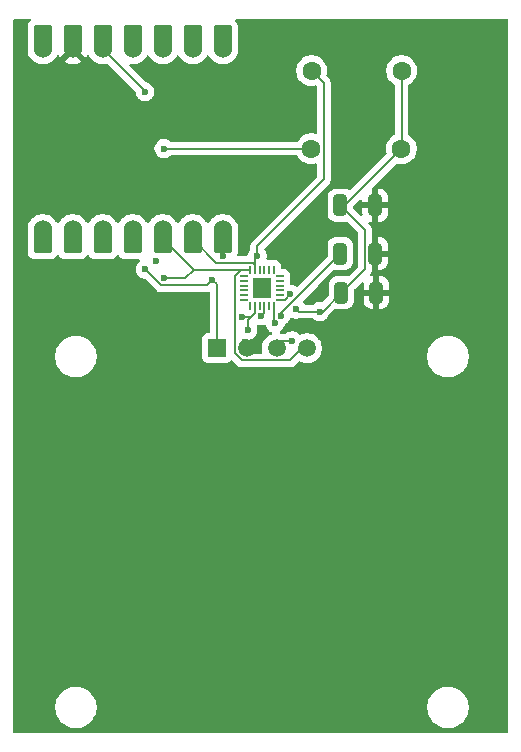
<source format=gbr>
%TF.GenerationSoftware,KiCad,Pcbnew,9.0.2*%
%TF.CreationDate,2025-08-03T00:22:43-03:00*%
%TF.ProjectId,hermes,6865726d-6573-42e6-9b69-6361645f7063,rev?*%
%TF.SameCoordinates,Original*%
%TF.FileFunction,Copper,L1,Top*%
%TF.FilePolarity,Positive*%
%FSLAX46Y46*%
G04 Gerber Fmt 4.6, Leading zero omitted, Abs format (unit mm)*
G04 Created by KiCad (PCBNEW 9.0.2) date 2025-08-03 00:22:43*
%MOMM*%
%LPD*%
G01*
G04 APERTURE LIST*
G04 Aperture macros list*
%AMRoundRect*
0 Rectangle with rounded corners*
0 $1 Rounding radius*
0 $2 $3 $4 $5 $6 $7 $8 $9 X,Y pos of 4 corners*
0 Add a 4 corners polygon primitive as box body*
4,1,4,$2,$3,$4,$5,$6,$7,$8,$9,$2,$3,0*
0 Add four circle primitives for the rounded corners*
1,1,$1+$1,$2,$3*
1,1,$1+$1,$4,$5*
1,1,$1+$1,$6,$7*
1,1,$1+$1,$8,$9*
0 Add four rect primitives between the rounded corners*
20,1,$1+$1,$2,$3,$4,$5,0*
20,1,$1+$1,$4,$5,$6,$7,0*
20,1,$1+$1,$6,$7,$8,$9,0*
20,1,$1+$1,$8,$9,$2,$3,0*%
G04 Aperture macros list end*
%TA.AperFunction,SMDPad,CuDef*%
%ADD10RoundRect,0.250000X-0.325000X-0.650000X0.325000X-0.650000X0.325000X0.650000X-0.325000X0.650000X0*%
%TD*%
%TA.AperFunction,SMDPad,CuDef*%
%ADD11RoundRect,0.027500X-0.292500X-0.082500X0.292500X-0.082500X0.292500X0.082500X-0.292500X0.082500X0*%
%TD*%
%TA.AperFunction,SMDPad,CuDef*%
%ADD12RoundRect,0.027500X-0.082500X-0.292500X0.082500X-0.292500X0.082500X0.292500X-0.082500X0.292500X0*%
%TD*%
%TA.AperFunction,SMDPad,CuDef*%
%ADD13R,1.540000X1.700000*%
%TD*%
%TA.AperFunction,SMDPad,CuDef*%
%ADD14RoundRect,0.152400X-0.609600X1.063600X-0.609600X-1.063600X0.609600X-1.063600X0.609600X1.063600X0*%
%TD*%
%TA.AperFunction,ComponentPad*%
%ADD15C,1.524000*%
%TD*%
%TA.AperFunction,SMDPad,CuDef*%
%ADD16RoundRect,0.152400X0.609600X-1.063600X0.609600X1.063600X-0.609600X1.063600X-0.609600X-1.063600X0*%
%TD*%
%TA.AperFunction,ComponentPad*%
%ADD17C,1.600000*%
%TD*%
%TA.AperFunction,ComponentPad*%
%ADD18R,1.508000X1.508000*%
%TD*%
%TA.AperFunction,ComponentPad*%
%ADD19C,1.508000*%
%TD*%
%TA.AperFunction,ViaPad*%
%ADD20C,0.600000*%
%TD*%
%TA.AperFunction,Conductor*%
%ADD21C,0.150000*%
%TD*%
G04 APERTURE END LIST*
D10*
%TO.P,C1,1*%
%TO.N,VCC*%
X142585000Y-47000000D03*
%TO.P,C1,2*%
%TO.N,GND*%
X145535000Y-47000000D03*
%TD*%
%TO.P,C3,1*%
%TO.N,VCC*%
X142685000Y-54400000D03*
%TO.P,C3,2*%
%TO.N,GND*%
X145635000Y-54400000D03*
%TD*%
D11*
%TO.P,U2,1*%
%TO.N,N/C*%
X134405000Y-53000000D03*
%TO.P,U2,2*%
X134405000Y-53400000D03*
%TO.P,U2,3*%
X134405000Y-53800000D03*
%TO.P,U2,4*%
X134405000Y-54200000D03*
%TO.P,U2,5*%
X134405000Y-54600000D03*
%TO.P,U2,6*%
X134405000Y-55000000D03*
D12*
%TO.P,U2,7,AUX_CL*%
%TO.N,unconnected-(U2-AUX_CL-Pad7)*%
X134950000Y-55545000D03*
%TO.P,U2,8,VDDIO*%
%TO.N,VCC*%
X135350000Y-55545000D03*
%TO.P,U2,9,AD0/SDO*%
%TO.N,unconnected-(U2-AD0{slash}SDO-Pad9)*%
X135750000Y-55545000D03*
%TO.P,U2,10,REGOUT*%
%TO.N,Net-(U2-REGOUT)*%
X136150000Y-55545000D03*
%TO.P,U2,11,FSYNC*%
%TO.N,GND*%
X136550000Y-55545000D03*
%TO.P,U2,12,INT*%
%TO.N,INT*%
X136950000Y-55545000D03*
D11*
%TO.P,U2,13,VDD*%
%TO.N,VCC*%
X137495000Y-55000000D03*
%TO.P,U2,14*%
%TO.N,N/C*%
X137495000Y-54600000D03*
%TO.P,U2,15*%
X137495000Y-54200000D03*
%TO.P,U2,16*%
X137495000Y-53800000D03*
%TO.P,U2,17*%
X137495000Y-53400000D03*
%TO.P,U2,18,GND*%
%TO.N,GND*%
X137495000Y-53000000D03*
D12*
%TO.P,U2,19,RESV_1*%
%TO.N,unconnected-(U2-RESV_1-Pad19)*%
X136950000Y-52455000D03*
%TO.P,U2,20,RESV_2*%
%TO.N,GND*%
X136550000Y-52455000D03*
%TO.P,U2,21,AUX_DA*%
%TO.N,unconnected-(U2-AUX_DA-Pad21)*%
X136150000Y-52455000D03*
%TO.P,U2,22,NCS*%
%TO.N,unconnected-(U2-NCS-Pad22)*%
X135750000Y-52455000D03*
%TO.P,U2,23,SCL/SCLK*%
%TO.N,SCL*%
X135350000Y-52455000D03*
%TO.P,U2,24,SDA/SDI*%
%TO.N,SDA*%
X134950000Y-52455000D03*
D13*
%TO.P,U2,25,EXP*%
%TO.N,unconnected-(U2-EXP-Pad25)*%
X135950000Y-54000000D03*
%TD*%
D14*
%TO.P,U1,1,GPIO26/ADC0/A0*%
%TO.N,unconnected-(U1-GPIO26{slash}ADC0{slash}A0-Pad1)*%
X117398500Y-49855000D03*
D15*
X117398500Y-49020000D03*
D14*
%TO.P,U1,2,GPIO27/ADC1/A1*%
%TO.N,unconnected-(U1-GPIO27{slash}ADC1{slash}A1-Pad2)*%
X119938500Y-49855000D03*
D15*
X119938500Y-49020000D03*
D14*
%TO.P,U1,3,GPIO28/ADC2/A2*%
%TO.N,unconnected-(U1-GPIO28{slash}ADC2{slash}A2-Pad3)*%
X122478500Y-49855000D03*
D15*
X122478500Y-49020000D03*
D14*
%TO.P,U1,4,GPIO29/ADC3/A3*%
%TO.N,unconnected-(U1-GPIO29{slash}ADC3{slash}A3-Pad4)*%
X125018500Y-49855000D03*
D15*
X125018500Y-49020000D03*
D14*
%TO.P,U1,5,GPIO6/SDA*%
%TO.N,SDA*%
X127558500Y-49855000D03*
D15*
X127558500Y-49020000D03*
D14*
%TO.P,U1,6,GPIO7/SCL*%
%TO.N,SCL*%
X130098500Y-49855000D03*
D15*
X130098500Y-49020000D03*
D14*
%TO.P,U1,7,GPIO0/TX*%
%TO.N,INT*%
X132638500Y-49855000D03*
D15*
X132638500Y-49020000D03*
%TO.P,U1,8,GPIO1/RX*%
%TO.N,unconnected-(U1-GPIO1{slash}RX-Pad8)*%
X132638500Y-33780000D03*
D16*
X132638500Y-32945000D03*
D15*
%TO.P,U1,9,GPIO2/SCK*%
%TO.N,unconnected-(U1-GPIO2{slash}SCK-Pad9)*%
X130098500Y-33780000D03*
D16*
X130098500Y-32945000D03*
D15*
%TO.P,U1,10,GPIO4/MISO*%
%TO.N,unconnected-(U1-GPIO4{slash}MISO-Pad10)*%
X127558500Y-33780000D03*
D16*
X127558500Y-32945000D03*
D15*
%TO.P,U1,11,GPIO3/MOSI*%
%TO.N,unconnected-(U1-GPIO3{slash}MOSI-Pad11)*%
X125018500Y-33780000D03*
D16*
X125018500Y-32945000D03*
D15*
%TO.P,U1,12,3V3*%
%TO.N,VCC*%
X122478500Y-33780000D03*
D16*
X122478500Y-32945000D03*
D15*
%TO.P,U1,13,GND*%
%TO.N,GND*%
X119938500Y-33780000D03*
D16*
X119938500Y-32945000D03*
D15*
%TO.P,U1,14,VBUS*%
%TO.N,unconnected-(U1-VBUS-Pad14)*%
X117398500Y-33780000D03*
D16*
X117398500Y-32945000D03*
%TD*%
D17*
%TO.P,R1,1*%
%TO.N,SCL*%
X140150000Y-35600000D03*
%TO.P,R1,2*%
%TO.N,VCC*%
X147770000Y-35600000D03*
%TD*%
D18*
%TO.P,DS1,1,VDD*%
%TO.N,VCC*%
X132140000Y-59100000D03*
D19*
%TO.P,DS1,2,GND*%
%TO.N,GND*%
X134680000Y-59100000D03*
%TO.P,DS1,3,SCK*%
%TO.N,SCL*%
X137220000Y-59100000D03*
%TO.P,DS1,4,SDA*%
%TO.N,SDA*%
X139760000Y-59100000D03*
%TD*%
D17*
%TO.P,R2,1*%
%TO.N,SDA*%
X140140000Y-42200000D03*
%TO.P,R2,2*%
%TO.N,VCC*%
X147760000Y-42200000D03*
%TD*%
D10*
%TO.P,C2,1*%
%TO.N,Net-(U2-REGOUT)*%
X142585000Y-51100000D03*
%TO.P,C2,2*%
%TO.N,GND*%
X145535000Y-51100000D03*
%TD*%
D20*
%TO.N,*%
X126950000Y-51700000D03*
%TO.N,VCC*%
X134750000Y-57575000D03*
X140850000Y-56000000D03*
X138850000Y-55800000D03*
X134250000Y-56425000D03*
X126050000Y-37400000D03*
X138360913Y-54510913D03*
X126056500Y-52421088D03*
X131750000Y-53300000D03*
%TO.N,GND*%
X123350000Y-55500000D03*
%TO.N,SDA*%
X127650000Y-42200000D03*
X127650000Y-53200000D03*
%TO.N,SCL*%
X135550000Y-51300000D03*
X138523514Y-58478634D03*
%TO.N,Net-(U2-REGOUT)*%
X137551000Y-56376301D03*
X135895372Y-56361368D03*
%TO.N,INT*%
X137050000Y-57000000D03*
X132654686Y-51284000D03*
%TD*%
D21*
%TO.N,VCC*%
X147760000Y-42200000D02*
X142960000Y-47000000D01*
X142685000Y-54400000D02*
X141085000Y-56000000D01*
X122478500Y-33780000D02*
X126056500Y-37358000D01*
X141085000Y-56000000D02*
X140850000Y-56000000D01*
X132140000Y-53690000D02*
X132140000Y-58687500D01*
X131274000Y-53776000D02*
X131750000Y-53300000D01*
X126056500Y-37358000D02*
X126056500Y-37393500D01*
X138360913Y-54539065D02*
X137899978Y-55000000D01*
X139050000Y-56000000D02*
X138850000Y-55800000D01*
X135017152Y-56425000D02*
X134250000Y-56425000D01*
X126056500Y-52421088D02*
X127411412Y-53776000D01*
X131750000Y-53300000D02*
X132140000Y-53690000D01*
X138360913Y-54510913D02*
X138360913Y-54539065D01*
X147770000Y-42190000D02*
X147760000Y-42200000D01*
X144684000Y-52401000D02*
X142685000Y-54400000D01*
X126056500Y-37393500D02*
X126050000Y-37400000D01*
X135350000Y-56092152D02*
X134750000Y-56692152D01*
X147770000Y-35600000D02*
X147770000Y-42190000D01*
X135350000Y-55545000D02*
X135350000Y-56092152D01*
X142960000Y-47000000D02*
X142585000Y-47000000D01*
X135350000Y-56092152D02*
X135017152Y-56425000D01*
X127411412Y-53776000D02*
X131274000Y-53776000D01*
X144684000Y-49099000D02*
X144684000Y-52401000D01*
X137899978Y-55000000D02*
X137495000Y-55000000D01*
X140850000Y-56000000D02*
X139050000Y-56000000D01*
X142585000Y-47000000D02*
X144684000Y-49099000D01*
X134750000Y-56692152D02*
X134750000Y-57575000D01*
%TO.N,GND*%
X134680000Y-58687500D02*
X134680000Y-58555412D01*
X119938500Y-34355658D02*
X119938500Y-33076000D01*
X119938500Y-33780000D02*
X119950000Y-33791500D01*
X136550000Y-55545000D02*
X136536000Y-55559000D01*
%TO.N,SDA*%
X133650000Y-52950022D02*
X133650000Y-59526640D01*
X134950000Y-52455000D02*
X134145022Y-52455000D01*
X127650000Y-42200000D02*
X140140000Y-42200000D01*
X127650000Y-53200000D02*
X129413500Y-53200000D01*
X129413500Y-53200000D02*
X130158500Y-52455000D01*
X130158500Y-52455000D02*
X134950000Y-52455000D01*
X134145022Y-52455000D02*
X133650000Y-52950022D01*
X138317500Y-60130000D02*
X139760000Y-58687500D01*
X130158500Y-52455000D02*
X127558500Y-49855000D01*
X134253360Y-60130000D02*
X138317500Y-60130000D01*
X133650000Y-59526640D02*
X134253360Y-60130000D01*
X127558500Y-49598272D02*
X127558500Y-49020000D01*
%TO.N,SCL*%
X135550000Y-51300000D02*
X135550000Y-50463546D01*
X138523514Y-58478634D02*
X137428866Y-58478634D01*
X141216000Y-36666000D02*
X140150000Y-35600000D01*
X135550000Y-51300000D02*
X135350000Y-51500000D01*
X135158978Y-51859000D02*
X135350000Y-52050022D01*
X130098500Y-49855000D02*
X132102500Y-51859000D01*
X135550000Y-50463546D02*
X141216000Y-44797546D01*
X141216000Y-44797546D02*
X141216000Y-36666000D01*
X135350000Y-51500000D02*
X135350000Y-52455000D01*
X132102500Y-51859000D02*
X135158978Y-51859000D01*
X135350000Y-52050022D02*
X135350000Y-52455000D01*
X137428866Y-58478634D02*
X137220000Y-58687500D01*
%TO.N,Net-(U2-REGOUT)*%
X136150000Y-56106740D02*
X135895372Y-56361368D01*
X137544000Y-56141000D02*
X142585000Y-51100000D01*
X137544000Y-56194000D02*
X137544000Y-56141000D01*
X137551000Y-56376301D02*
X137551000Y-56201000D01*
X137551000Y-56201000D02*
X137544000Y-56194000D01*
X136150000Y-55545000D02*
X136150000Y-56106740D01*
%TO.N,INT*%
X132638500Y-51267814D02*
X132654686Y-51284000D01*
X137050000Y-57000000D02*
X136950000Y-56900000D01*
X132638500Y-49020000D02*
X132638500Y-51267814D01*
X136950000Y-56900000D02*
X136950000Y-55545000D01*
%TD*%
%TA.AperFunction,Conductor*%
%TO.N,GND*%
G36*
X135653381Y-57127929D02*
G01*
X135661674Y-57131022D01*
X135661870Y-57131103D01*
X135661875Y-57131105D01*
X135812604Y-57161087D01*
X135816525Y-57161867D01*
X135816528Y-57161868D01*
X135816530Y-57161868D01*
X135974216Y-57161868D01*
X136037480Y-57149283D01*
X136128869Y-57131105D01*
X136128871Y-57131103D01*
X136133290Y-57130225D01*
X136202882Y-57136452D01*
X136258059Y-57179314D01*
X136279098Y-57227644D01*
X136280261Y-57233490D01*
X136280264Y-57233501D01*
X136340602Y-57379172D01*
X136340609Y-57379185D01*
X136428210Y-57510288D01*
X136428213Y-57510292D01*
X136539707Y-57621786D01*
X136539711Y-57621789D01*
X136670814Y-57709390D01*
X136670821Y-57709394D01*
X136706455Y-57724154D01*
X136760858Y-57767994D01*
X136782924Y-57834287D01*
X136765646Y-57901987D01*
X136715298Y-57949199D01*
X136562500Y-58027054D01*
X136562499Y-58027055D01*
X136402753Y-58143115D01*
X136263115Y-58282753D01*
X136147058Y-58442495D01*
X136057408Y-58618441D01*
X135996389Y-58806236D01*
X135965500Y-59001263D01*
X135965500Y-59198736D01*
X135996390Y-59393766D01*
X135997528Y-59398506D01*
X135996066Y-59398856D01*
X135997871Y-59462022D01*
X135961791Y-59521855D01*
X135899090Y-59552684D01*
X135877945Y-59554500D01*
X134543102Y-59554500D01*
X134476063Y-59534815D01*
X134455421Y-59518181D01*
X134261819Y-59324579D01*
X134228334Y-59263256D01*
X134225500Y-59236898D01*
X134225500Y-58409779D01*
X134245185Y-58342740D01*
X134297989Y-58296985D01*
X134367147Y-58287041D01*
X134396952Y-58295218D01*
X134508420Y-58341389D01*
X134516503Y-58344737D01*
X134671153Y-58375499D01*
X134671156Y-58375500D01*
X134671158Y-58375500D01*
X134828844Y-58375500D01*
X134828845Y-58375499D01*
X134983497Y-58344737D01*
X135129179Y-58284394D01*
X135260289Y-58196789D01*
X135371789Y-58085289D01*
X135459394Y-57954179D01*
X135519737Y-57808497D01*
X135550500Y-57653842D01*
X135550500Y-57496158D01*
X135550500Y-57496155D01*
X135550499Y-57496153D01*
X135519738Y-57341510D01*
X135519737Y-57341503D01*
X135499660Y-57293034D01*
X135492192Y-57223567D01*
X135523467Y-57161087D01*
X135583556Y-57125435D01*
X135653381Y-57127929D01*
G37*
%TD.AperFunction*%
%TA.AperFunction,Conductor*%
G36*
X116314137Y-31220185D02*
G01*
X116359892Y-31272989D01*
X116369836Y-31342147D01*
X116340811Y-31405703D01*
X116334779Y-31412181D01*
X116268912Y-31478047D01*
X116268905Y-31478056D01*
X116184935Y-31620042D01*
X116184934Y-31620045D01*
X116138913Y-31778447D01*
X116138912Y-31778453D01*
X116136000Y-31815458D01*
X116136000Y-34074541D01*
X116138912Y-34111546D01*
X116138913Y-34111552D01*
X116184934Y-34269954D01*
X116184935Y-34269957D01*
X116268905Y-34411943D01*
X116268906Y-34411944D01*
X116268908Y-34411947D01*
X116365108Y-34508147D01*
X116377740Y-34522938D01*
X116435519Y-34602464D01*
X116576036Y-34742981D01*
X116736806Y-34859787D01*
X116823649Y-34904035D01*
X116913867Y-34950005D01*
X116913870Y-34950006D01*
X117008366Y-34980709D01*
X117102864Y-35011413D01*
X117299139Y-35042500D01*
X117299140Y-35042500D01*
X117497860Y-35042500D01*
X117497861Y-35042500D01*
X117694136Y-35011413D01*
X117883132Y-34950005D01*
X118060194Y-34859787D01*
X118220964Y-34742981D01*
X118361481Y-34602464D01*
X118419262Y-34522933D01*
X118424507Y-34516213D01*
X118428018Y-34512019D01*
X118528092Y-34411947D01*
X118567218Y-34345787D01*
X118573720Y-34338024D01*
X118594698Y-34324035D01*
X118613126Y-34306830D01*
X118623272Y-34304984D01*
X118631853Y-34299263D01*
X118657065Y-34298837D01*
X118681868Y-34294326D01*
X118691399Y-34298258D01*
X118701712Y-34298084D01*
X118723150Y-34311356D01*
X118746458Y-34320971D01*
X118755456Y-34331355D01*
X118761120Y-34334862D01*
X118764338Y-34341606D01*
X118775522Y-34354513D01*
X118809303Y-34411634D01*
X118809307Y-34411639D01*
X118881307Y-34483638D01*
X119500852Y-33864093D01*
X119524292Y-33951571D01*
X119582811Y-34052930D01*
X119665570Y-34135689D01*
X119766929Y-34194208D01*
X119854405Y-34217647D01*
X119239783Y-34832268D01*
X119239783Y-34832269D01*
X119277067Y-34859358D01*
X119454062Y-34949542D01*
X119642977Y-35010924D01*
X119839179Y-35042000D01*
X120037821Y-35042000D01*
X120234020Y-35010924D01*
X120234023Y-35010924D01*
X120422937Y-34949542D01*
X120599925Y-34859362D01*
X120637216Y-34832268D01*
X120022595Y-34217647D01*
X120110071Y-34194208D01*
X120211430Y-34135689D01*
X120294189Y-34052930D01*
X120352708Y-33951571D01*
X120376147Y-33864094D01*
X120995691Y-34483639D01*
X121067695Y-34411635D01*
X121101476Y-34354514D01*
X121152545Y-34306830D01*
X121221287Y-34294326D01*
X121285876Y-34320971D01*
X121303279Y-34338024D01*
X121309783Y-34345791D01*
X121348908Y-34411947D01*
X121448980Y-34512019D01*
X121452492Y-34516213D01*
X121453009Y-34517399D01*
X121457740Y-34522938D01*
X121515519Y-34602464D01*
X121656036Y-34742981D01*
X121816806Y-34859787D01*
X121903649Y-34904035D01*
X121993867Y-34950005D01*
X121993870Y-34950006D01*
X122088366Y-34980709D01*
X122182864Y-35011413D01*
X122379139Y-35042500D01*
X122379140Y-35042500D01*
X122577860Y-35042500D01*
X122577861Y-35042500D01*
X122774136Y-35011413D01*
X122793873Y-35004999D01*
X122863710Y-35003004D01*
X122919870Y-35035250D01*
X125213181Y-37328561D01*
X125246666Y-37389884D01*
X125249500Y-37416242D01*
X125249500Y-37478846D01*
X125280261Y-37633489D01*
X125280264Y-37633501D01*
X125340602Y-37779172D01*
X125340609Y-37779185D01*
X125428210Y-37910288D01*
X125428213Y-37910292D01*
X125539707Y-38021786D01*
X125539711Y-38021789D01*
X125670814Y-38109390D01*
X125670827Y-38109397D01*
X125816498Y-38169735D01*
X125816503Y-38169737D01*
X125971153Y-38200499D01*
X125971156Y-38200500D01*
X125971158Y-38200500D01*
X126128844Y-38200500D01*
X126128845Y-38200499D01*
X126283497Y-38169737D01*
X126429179Y-38109394D01*
X126560289Y-38021789D01*
X126671789Y-37910289D01*
X126759394Y-37779179D01*
X126819737Y-37633497D01*
X126850500Y-37478842D01*
X126850500Y-37321158D01*
X126850500Y-37321155D01*
X126850499Y-37321153D01*
X126819738Y-37166510D01*
X126819737Y-37166503D01*
X126819735Y-37166498D01*
X126759397Y-37020827D01*
X126759390Y-37020814D01*
X126671789Y-36889711D01*
X126671786Y-36889707D01*
X126560292Y-36778213D01*
X126560288Y-36778210D01*
X126429185Y-36690609D01*
X126429172Y-36690602D01*
X126283501Y-36630264D01*
X126283491Y-36630261D01*
X126144558Y-36602625D01*
X126082647Y-36570240D01*
X126081069Y-36568689D01*
X124756184Y-35243804D01*
X124722699Y-35182481D01*
X124727683Y-35112789D01*
X124769555Y-35056856D01*
X124835019Y-35032439D01*
X124863262Y-35033649D01*
X124919139Y-35042500D01*
X124919140Y-35042500D01*
X125117860Y-35042500D01*
X125117861Y-35042500D01*
X125314136Y-35011413D01*
X125503132Y-34950005D01*
X125680194Y-34859787D01*
X125840964Y-34742981D01*
X125981481Y-34602464D01*
X126039262Y-34522933D01*
X126044539Y-34516175D01*
X126048037Y-34512000D01*
X126148092Y-34411947D01*
X126186939Y-34346259D01*
X126193462Y-34338477D01*
X126214427Y-34324509D01*
X126232837Y-34307321D01*
X126243005Y-34305471D01*
X126251610Y-34299739D01*
X126276799Y-34299324D01*
X126301579Y-34294817D01*
X126311134Y-34298759D01*
X126321470Y-34298589D01*
X126342879Y-34311854D01*
X126366168Y-34321462D01*
X126375191Y-34331875D01*
X126380863Y-34335390D01*
X126384075Y-34342128D01*
X126395232Y-34355004D01*
X126428905Y-34411943D01*
X126428908Y-34411947D01*
X126525108Y-34508147D01*
X126537740Y-34522938D01*
X126595519Y-34602464D01*
X126736036Y-34742981D01*
X126896806Y-34859787D01*
X126983649Y-34904035D01*
X127073867Y-34950005D01*
X127073870Y-34950006D01*
X127168366Y-34980709D01*
X127262864Y-35011413D01*
X127459139Y-35042500D01*
X127459140Y-35042500D01*
X127657860Y-35042500D01*
X127657861Y-35042500D01*
X127854136Y-35011413D01*
X128043132Y-34950005D01*
X128220194Y-34859787D01*
X128380964Y-34742981D01*
X128521481Y-34602464D01*
X128579262Y-34522933D01*
X128584539Y-34516175D01*
X128588037Y-34512000D01*
X128688092Y-34411947D01*
X128726939Y-34346259D01*
X128733462Y-34338477D01*
X128754427Y-34324509D01*
X128772837Y-34307321D01*
X128783005Y-34305471D01*
X128791610Y-34299739D01*
X128816799Y-34299324D01*
X128841579Y-34294817D01*
X128851134Y-34298759D01*
X128861470Y-34298589D01*
X128882879Y-34311854D01*
X128906168Y-34321462D01*
X128915191Y-34331875D01*
X128920863Y-34335390D01*
X128924075Y-34342128D01*
X128935232Y-34355004D01*
X128968905Y-34411943D01*
X128968908Y-34411947D01*
X129065108Y-34508147D01*
X129077740Y-34522938D01*
X129135519Y-34602464D01*
X129276036Y-34742981D01*
X129436806Y-34859787D01*
X129523649Y-34904035D01*
X129613867Y-34950005D01*
X129613870Y-34950006D01*
X129708366Y-34980709D01*
X129802864Y-35011413D01*
X129999139Y-35042500D01*
X129999140Y-35042500D01*
X130197860Y-35042500D01*
X130197861Y-35042500D01*
X130394136Y-35011413D01*
X130583132Y-34950005D01*
X130760194Y-34859787D01*
X130920964Y-34742981D01*
X131061481Y-34602464D01*
X131119262Y-34522933D01*
X131124539Y-34516175D01*
X131128037Y-34512000D01*
X131228092Y-34411947D01*
X131266939Y-34346259D01*
X131273462Y-34338477D01*
X131294427Y-34324509D01*
X131312837Y-34307321D01*
X131323005Y-34305471D01*
X131331610Y-34299739D01*
X131356799Y-34299324D01*
X131381579Y-34294817D01*
X131391134Y-34298759D01*
X131401470Y-34298589D01*
X131422879Y-34311854D01*
X131446168Y-34321462D01*
X131455191Y-34331875D01*
X131460863Y-34335390D01*
X131464075Y-34342128D01*
X131475232Y-34355004D01*
X131508905Y-34411943D01*
X131508908Y-34411947D01*
X131605108Y-34508147D01*
X131617740Y-34522938D01*
X131675519Y-34602464D01*
X131816036Y-34742981D01*
X131976806Y-34859787D01*
X132063649Y-34904035D01*
X132153867Y-34950005D01*
X132153870Y-34950006D01*
X132248366Y-34980709D01*
X132342864Y-35011413D01*
X132539139Y-35042500D01*
X132539140Y-35042500D01*
X132737860Y-35042500D01*
X132737861Y-35042500D01*
X132934136Y-35011413D01*
X133123132Y-34950005D01*
X133300194Y-34859787D01*
X133460964Y-34742981D01*
X133601481Y-34602464D01*
X133659260Y-34522936D01*
X133671889Y-34508148D01*
X133768092Y-34411947D01*
X133852064Y-34269959D01*
X133898087Y-34111548D01*
X133901000Y-34074534D01*
X133901000Y-31815466D01*
X133898087Y-31778452D01*
X133852064Y-31620041D01*
X133768092Y-31478053D01*
X133768090Y-31478051D01*
X133768087Y-31478047D01*
X133702221Y-31412181D01*
X133668736Y-31350858D01*
X133673720Y-31281166D01*
X133715592Y-31225233D01*
X133781056Y-31200816D01*
X133789902Y-31200500D01*
X156675500Y-31200500D01*
X156742539Y-31220185D01*
X156788294Y-31272989D01*
X156799500Y-31324500D01*
X156799500Y-91575500D01*
X156779815Y-91642539D01*
X156727011Y-91688294D01*
X156675500Y-91699500D01*
X115024500Y-91699500D01*
X114957461Y-91679815D01*
X114911706Y-91627011D01*
X114900500Y-91575500D01*
X114900500Y-89385258D01*
X118449500Y-89385258D01*
X118449500Y-89614741D01*
X118474446Y-89804215D01*
X118479452Y-89842238D01*
X118479453Y-89842240D01*
X118538842Y-90063887D01*
X118626650Y-90275876D01*
X118626657Y-90275890D01*
X118741392Y-90474617D01*
X118881081Y-90656661D01*
X118881089Y-90656670D01*
X119043330Y-90818911D01*
X119043338Y-90818918D01*
X119225382Y-90958607D01*
X119225385Y-90958608D01*
X119225388Y-90958611D01*
X119424112Y-91073344D01*
X119424117Y-91073346D01*
X119424123Y-91073349D01*
X119515480Y-91111190D01*
X119636113Y-91161158D01*
X119857762Y-91220548D01*
X120085266Y-91250500D01*
X120085273Y-91250500D01*
X120314727Y-91250500D01*
X120314734Y-91250500D01*
X120542238Y-91220548D01*
X120763887Y-91161158D01*
X120975888Y-91073344D01*
X121174612Y-90958611D01*
X121356661Y-90818919D01*
X121356665Y-90818914D01*
X121356670Y-90818911D01*
X121518911Y-90656670D01*
X121518914Y-90656665D01*
X121518919Y-90656661D01*
X121658611Y-90474612D01*
X121773344Y-90275888D01*
X121861158Y-90063887D01*
X121920548Y-89842238D01*
X121950500Y-89614734D01*
X121950500Y-89385266D01*
X121950499Y-89385258D01*
X149949500Y-89385258D01*
X149949500Y-89614741D01*
X149974446Y-89804215D01*
X149979452Y-89842238D01*
X149979453Y-89842240D01*
X150038842Y-90063887D01*
X150126650Y-90275876D01*
X150126657Y-90275890D01*
X150241392Y-90474617D01*
X150381081Y-90656661D01*
X150381089Y-90656670D01*
X150543330Y-90818911D01*
X150543338Y-90818918D01*
X150725382Y-90958607D01*
X150725385Y-90958608D01*
X150725388Y-90958611D01*
X150924112Y-91073344D01*
X150924117Y-91073346D01*
X150924123Y-91073349D01*
X151015480Y-91111190D01*
X151136113Y-91161158D01*
X151357762Y-91220548D01*
X151585266Y-91250500D01*
X151585273Y-91250500D01*
X151814727Y-91250500D01*
X151814734Y-91250500D01*
X152042238Y-91220548D01*
X152263887Y-91161158D01*
X152475888Y-91073344D01*
X152674612Y-90958611D01*
X152856661Y-90818919D01*
X152856665Y-90818914D01*
X152856670Y-90818911D01*
X153018911Y-90656670D01*
X153018914Y-90656665D01*
X153018919Y-90656661D01*
X153158611Y-90474612D01*
X153273344Y-90275888D01*
X153361158Y-90063887D01*
X153420548Y-89842238D01*
X153450500Y-89614734D01*
X153450500Y-89385266D01*
X153420548Y-89157762D01*
X153361158Y-88936113D01*
X153273344Y-88724112D01*
X153158611Y-88525388D01*
X153158608Y-88525385D01*
X153158607Y-88525382D01*
X153018918Y-88343338D01*
X153018911Y-88343330D01*
X152856670Y-88181089D01*
X152856661Y-88181081D01*
X152674617Y-88041392D01*
X152475890Y-87926657D01*
X152475876Y-87926650D01*
X152263887Y-87838842D01*
X152042238Y-87779452D01*
X152004215Y-87774446D01*
X151814741Y-87749500D01*
X151814734Y-87749500D01*
X151585266Y-87749500D01*
X151585258Y-87749500D01*
X151368715Y-87778009D01*
X151357762Y-87779452D01*
X151264076Y-87804554D01*
X151136112Y-87838842D01*
X150924123Y-87926650D01*
X150924109Y-87926657D01*
X150725382Y-88041392D01*
X150543338Y-88181081D01*
X150381081Y-88343338D01*
X150241392Y-88525382D01*
X150126657Y-88724109D01*
X150126650Y-88724123D01*
X150038842Y-88936112D01*
X149979453Y-89157759D01*
X149979451Y-89157770D01*
X149949500Y-89385258D01*
X121950499Y-89385258D01*
X121920548Y-89157762D01*
X121861158Y-88936113D01*
X121773344Y-88724112D01*
X121658611Y-88525388D01*
X121658608Y-88525385D01*
X121658607Y-88525382D01*
X121518918Y-88343338D01*
X121518911Y-88343330D01*
X121356670Y-88181089D01*
X121356661Y-88181081D01*
X121174617Y-88041392D01*
X120975890Y-87926657D01*
X120975876Y-87926650D01*
X120763887Y-87838842D01*
X120542238Y-87779452D01*
X120504215Y-87774446D01*
X120314741Y-87749500D01*
X120314734Y-87749500D01*
X120085266Y-87749500D01*
X120085258Y-87749500D01*
X119868715Y-87778009D01*
X119857762Y-87779452D01*
X119764076Y-87804554D01*
X119636112Y-87838842D01*
X119424123Y-87926650D01*
X119424109Y-87926657D01*
X119225382Y-88041392D01*
X119043338Y-88181081D01*
X118881081Y-88343338D01*
X118741392Y-88525382D01*
X118626657Y-88724109D01*
X118626650Y-88724123D01*
X118538842Y-88936112D01*
X118479453Y-89157759D01*
X118479451Y-89157770D01*
X118449500Y-89385258D01*
X114900500Y-89385258D01*
X114900500Y-59685258D01*
X118449500Y-59685258D01*
X118449500Y-59914741D01*
X118466886Y-60046792D01*
X118479452Y-60142238D01*
X118528050Y-60323610D01*
X118538842Y-60363887D01*
X118626650Y-60575876D01*
X118626657Y-60575890D01*
X118741392Y-60774617D01*
X118881081Y-60956661D01*
X118881089Y-60956670D01*
X119043330Y-61118911D01*
X119043338Y-61118918D01*
X119225382Y-61258607D01*
X119225385Y-61258608D01*
X119225388Y-61258611D01*
X119424112Y-61373344D01*
X119424117Y-61373346D01*
X119424123Y-61373349D01*
X119515480Y-61411190D01*
X119636113Y-61461158D01*
X119857762Y-61520548D01*
X120085266Y-61550500D01*
X120085273Y-61550500D01*
X120314727Y-61550500D01*
X120314734Y-61550500D01*
X120542238Y-61520548D01*
X120763887Y-61461158D01*
X120975888Y-61373344D01*
X121174612Y-61258611D01*
X121356661Y-61118919D01*
X121356665Y-61118914D01*
X121356670Y-61118911D01*
X121518911Y-60956670D01*
X121518914Y-60956665D01*
X121518919Y-60956661D01*
X121658611Y-60774612D01*
X121773344Y-60575888D01*
X121861158Y-60363887D01*
X121920548Y-60142238D01*
X121950500Y-59914734D01*
X121950500Y-59685266D01*
X121920548Y-59457762D01*
X121861158Y-59236113D01*
X121773344Y-59024112D01*
X121658611Y-58825388D01*
X121658608Y-58825385D01*
X121658607Y-58825382D01*
X121518918Y-58643338D01*
X121518911Y-58643330D01*
X121356670Y-58481089D01*
X121356661Y-58481081D01*
X121174617Y-58341392D01*
X120975890Y-58226657D01*
X120975876Y-58226650D01*
X120763887Y-58138842D01*
X120542238Y-58079452D01*
X120504215Y-58074446D01*
X120314741Y-58049500D01*
X120314734Y-58049500D01*
X120085266Y-58049500D01*
X120085258Y-58049500D01*
X119868715Y-58078009D01*
X119857762Y-58079452D01*
X119835982Y-58085288D01*
X119636112Y-58138842D01*
X119424123Y-58226650D01*
X119424109Y-58226657D01*
X119225382Y-58341392D01*
X119043338Y-58481081D01*
X118881081Y-58643338D01*
X118741392Y-58825382D01*
X118626657Y-59024109D01*
X118626650Y-59024123D01*
X118538842Y-59236112D01*
X118531569Y-59263256D01*
X118496600Y-59393766D01*
X118479453Y-59457759D01*
X118479451Y-59457770D01*
X118449500Y-59685258D01*
X114900500Y-59685258D01*
X114900500Y-48725458D01*
X116136000Y-48725458D01*
X116136000Y-50984541D01*
X116138912Y-51021546D01*
X116138913Y-51021552D01*
X116184934Y-51179954D01*
X116184935Y-51179957D01*
X116268905Y-51321943D01*
X116268912Y-51321952D01*
X116385547Y-51438587D01*
X116385551Y-51438590D01*
X116385553Y-51438592D01*
X116527541Y-51522564D01*
X116540927Y-51526453D01*
X116685947Y-51568586D01*
X116685950Y-51568586D01*
X116685952Y-51568587D01*
X116722966Y-51571500D01*
X116722974Y-51571500D01*
X118074026Y-51571500D01*
X118074034Y-51571500D01*
X118111048Y-51568587D01*
X118111050Y-51568586D01*
X118111052Y-51568586D01*
X118184968Y-51547111D01*
X118269459Y-51522564D01*
X118411447Y-51438592D01*
X118528092Y-51321947D01*
X118561768Y-51265003D01*
X118612837Y-51217321D01*
X118681579Y-51204817D01*
X118746168Y-51231462D01*
X118775232Y-51265004D01*
X118808906Y-51321944D01*
X118808912Y-51321952D01*
X118925547Y-51438587D01*
X118925551Y-51438590D01*
X118925553Y-51438592D01*
X119067541Y-51522564D01*
X119080927Y-51526453D01*
X119225947Y-51568586D01*
X119225950Y-51568586D01*
X119225952Y-51568587D01*
X119262966Y-51571500D01*
X119262974Y-51571500D01*
X120614026Y-51571500D01*
X120614034Y-51571500D01*
X120651048Y-51568587D01*
X120651050Y-51568586D01*
X120651052Y-51568586D01*
X120724968Y-51547111D01*
X120809459Y-51522564D01*
X120951447Y-51438592D01*
X121068092Y-51321947D01*
X121101768Y-51265003D01*
X121152837Y-51217321D01*
X121221579Y-51204817D01*
X121286168Y-51231462D01*
X121315232Y-51265004D01*
X121348906Y-51321944D01*
X121348912Y-51321952D01*
X121465547Y-51438587D01*
X121465551Y-51438590D01*
X121465553Y-51438592D01*
X121607541Y-51522564D01*
X121620927Y-51526453D01*
X121765947Y-51568586D01*
X121765950Y-51568586D01*
X121765952Y-51568587D01*
X121802966Y-51571500D01*
X121802974Y-51571500D01*
X123154026Y-51571500D01*
X123154034Y-51571500D01*
X123191048Y-51568587D01*
X123191050Y-51568586D01*
X123191052Y-51568586D01*
X123264968Y-51547111D01*
X123349459Y-51522564D01*
X123491447Y-51438592D01*
X123608092Y-51321947D01*
X123641768Y-51265003D01*
X123692837Y-51217321D01*
X123761579Y-51204817D01*
X123826168Y-51231462D01*
X123855232Y-51265004D01*
X123888906Y-51321944D01*
X123888912Y-51321952D01*
X124005547Y-51438587D01*
X124005551Y-51438590D01*
X124005553Y-51438592D01*
X124147541Y-51522564D01*
X124160927Y-51526453D01*
X124305947Y-51568586D01*
X124305950Y-51568586D01*
X124305952Y-51568587D01*
X124342966Y-51571500D01*
X124342974Y-51571500D01*
X125478363Y-51571500D01*
X125545402Y-51591185D01*
X125591157Y-51643989D01*
X125601101Y-51713147D01*
X125572076Y-51776703D01*
X125550887Y-51795396D01*
X125550919Y-51795435D01*
X125549831Y-51796327D01*
X125547251Y-51798604D01*
X125546209Y-51799299D01*
X125434713Y-51910795D01*
X125434710Y-51910799D01*
X125347109Y-52041902D01*
X125347102Y-52041915D01*
X125286764Y-52187586D01*
X125286761Y-52187598D01*
X125256000Y-52342241D01*
X125256000Y-52499934D01*
X125286761Y-52654577D01*
X125286764Y-52654589D01*
X125347102Y-52800260D01*
X125347109Y-52800273D01*
X125434710Y-52931376D01*
X125434713Y-52931380D01*
X125546207Y-53042874D01*
X125546211Y-53042877D01*
X125677314Y-53130478D01*
X125677327Y-53130485D01*
X125804387Y-53183114D01*
X125823003Y-53190825D01*
X125932895Y-53212684D01*
X125977653Y-53221587D01*
X125977656Y-53221588D01*
X125977658Y-53221588D01*
X125991758Y-53221588D01*
X126058797Y-53241273D01*
X126079439Y-53257907D01*
X126950897Y-54129365D01*
X127058047Y-54236515D01*
X127189277Y-54312281D01*
X127335646Y-54351500D01*
X127335648Y-54351500D01*
X131349764Y-54351500D01*
X131349766Y-54351500D01*
X131408408Y-54335787D01*
X131478257Y-54337450D01*
X131536119Y-54376613D01*
X131563623Y-54440841D01*
X131564500Y-54455562D01*
X131564500Y-57721500D01*
X131544815Y-57788539D01*
X131492011Y-57834294D01*
X131440501Y-57845500D01*
X131338130Y-57845500D01*
X131338123Y-57845501D01*
X131278516Y-57851908D01*
X131143671Y-57902202D01*
X131143664Y-57902206D01*
X131028455Y-57988452D01*
X131028452Y-57988455D01*
X130942206Y-58103664D01*
X130942202Y-58103671D01*
X130891908Y-58238517D01*
X130885501Y-58298116D01*
X130885500Y-58298135D01*
X130885500Y-59901870D01*
X130885501Y-59901876D01*
X130891908Y-59961483D01*
X130942202Y-60096328D01*
X130942206Y-60096335D01*
X131028452Y-60211544D01*
X131028455Y-60211547D01*
X131143664Y-60297793D01*
X131143671Y-60297797D01*
X131278517Y-60348091D01*
X131278516Y-60348091D01*
X131285444Y-60348835D01*
X131338127Y-60354500D01*
X132941872Y-60354499D01*
X133001483Y-60348091D01*
X133136331Y-60297796D01*
X133251546Y-60211546D01*
X133281156Y-60171991D01*
X133337086Y-60130122D01*
X133406777Y-60125136D01*
X133468101Y-60158621D01*
X133899995Y-60590515D01*
X134031225Y-60666281D01*
X134177594Y-60705500D01*
X134177596Y-60705500D01*
X138393264Y-60705500D01*
X138393266Y-60705500D01*
X138539635Y-60666281D01*
X138670865Y-60590515D01*
X139029478Y-60231900D01*
X139090801Y-60198416D01*
X139160492Y-60203400D01*
X139173442Y-60209091D01*
X139278439Y-60262591D01*
X139419287Y-60308355D01*
X139466236Y-60323610D01*
X139661264Y-60354500D01*
X139661269Y-60354500D01*
X139858736Y-60354500D01*
X140053763Y-60323610D01*
X140241561Y-60262591D01*
X140417501Y-60172944D01*
X140522955Y-60096328D01*
X140577246Y-60056884D01*
X140577248Y-60056881D01*
X140577252Y-60056879D01*
X140716879Y-59917252D01*
X140716881Y-59917248D01*
X140716884Y-59917246D01*
X140767779Y-59847192D01*
X140832944Y-59757501D01*
X140869754Y-59685258D01*
X149949500Y-59685258D01*
X149949500Y-59914741D01*
X149966886Y-60046792D01*
X149979452Y-60142238D01*
X150028050Y-60323610D01*
X150038842Y-60363887D01*
X150126650Y-60575876D01*
X150126657Y-60575890D01*
X150241392Y-60774617D01*
X150381081Y-60956661D01*
X150381089Y-60956670D01*
X150543330Y-61118911D01*
X150543338Y-61118918D01*
X150725382Y-61258607D01*
X150725385Y-61258608D01*
X150725388Y-61258611D01*
X150924112Y-61373344D01*
X150924117Y-61373346D01*
X150924123Y-61373349D01*
X151015480Y-61411190D01*
X151136113Y-61461158D01*
X151357762Y-61520548D01*
X151585266Y-61550500D01*
X151585273Y-61550500D01*
X151814727Y-61550500D01*
X151814734Y-61550500D01*
X152042238Y-61520548D01*
X152263887Y-61461158D01*
X152475888Y-61373344D01*
X152674612Y-61258611D01*
X152856661Y-61118919D01*
X152856665Y-61118914D01*
X152856670Y-61118911D01*
X153018911Y-60956670D01*
X153018914Y-60956665D01*
X153018919Y-60956661D01*
X153158611Y-60774612D01*
X153273344Y-60575888D01*
X153361158Y-60363887D01*
X153420548Y-60142238D01*
X153450500Y-59914734D01*
X153450500Y-59685266D01*
X153420548Y-59457762D01*
X153361158Y-59236113D01*
X153273344Y-59024112D01*
X153158611Y-58825388D01*
X153158608Y-58825385D01*
X153158607Y-58825382D01*
X153018918Y-58643338D01*
X153018911Y-58643330D01*
X152856670Y-58481089D01*
X152856661Y-58481081D01*
X152674617Y-58341392D01*
X152475890Y-58226657D01*
X152475876Y-58226650D01*
X152263887Y-58138842D01*
X152042238Y-58079452D01*
X152004215Y-58074446D01*
X151814741Y-58049500D01*
X151814734Y-58049500D01*
X151585266Y-58049500D01*
X151585258Y-58049500D01*
X151368715Y-58078009D01*
X151357762Y-58079452D01*
X151335982Y-58085288D01*
X151136112Y-58138842D01*
X150924123Y-58226650D01*
X150924109Y-58226657D01*
X150725382Y-58341392D01*
X150543338Y-58481081D01*
X150381081Y-58643338D01*
X150241392Y-58825382D01*
X150126657Y-59024109D01*
X150126650Y-59024123D01*
X150038842Y-59236112D01*
X150031569Y-59263256D01*
X149996600Y-59393766D01*
X149979453Y-59457759D01*
X149979451Y-59457770D01*
X149949500Y-59685258D01*
X140869754Y-59685258D01*
X140922591Y-59581561D01*
X140983610Y-59393763D01*
X141000320Y-59288260D01*
X141014500Y-59198736D01*
X141014500Y-59001263D01*
X140983610Y-58806236D01*
X140930681Y-58643338D01*
X140922591Y-58618439D01*
X140832944Y-58442499D01*
X140784267Y-58375500D01*
X140716884Y-58282753D01*
X140577246Y-58143115D01*
X140417504Y-58027058D01*
X140417503Y-58027057D01*
X140417501Y-58027056D01*
X140241561Y-57937409D01*
X140241555Y-57937407D01*
X140053763Y-57876389D01*
X139858736Y-57845500D01*
X139858731Y-57845500D01*
X139661269Y-57845500D01*
X139661264Y-57845500D01*
X139466235Y-57876390D01*
X139278441Y-57937407D01*
X139250020Y-57951889D01*
X139181350Y-57964785D01*
X139116610Y-57938509D01*
X139106044Y-57929085D01*
X139033806Y-57856847D01*
X139033802Y-57856844D01*
X138902699Y-57769243D01*
X138902686Y-57769236D01*
X138757015Y-57708898D01*
X138757003Y-57708895D01*
X138602359Y-57678134D01*
X138602356Y-57678134D01*
X138444672Y-57678134D01*
X138444669Y-57678134D01*
X138290024Y-57708895D01*
X138290012Y-57708898D01*
X138144341Y-57769236D01*
X138144328Y-57769243D01*
X138013225Y-57856844D01*
X138013221Y-57856847D01*
X138003254Y-57866815D01*
X137941931Y-57900300D01*
X137915573Y-57903134D01*
X137615713Y-57903134D01*
X137613382Y-57902764D01*
X137612172Y-57903083D01*
X137577395Y-57897065D01*
X137531836Y-57882262D01*
X137474160Y-57842825D01*
X137446962Y-57778466D01*
X137458877Y-57709620D01*
X137501264Y-57661229D01*
X137541164Y-57634567D01*
X137560289Y-57621789D01*
X137671789Y-57510289D01*
X137759394Y-57379179D01*
X137819737Y-57233497D01*
X137828929Y-57187281D01*
X137861312Y-57125373D01*
X137903091Y-57096914D01*
X137930179Y-57085695D01*
X138061289Y-56998090D01*
X138172789Y-56886590D01*
X138260394Y-56755480D01*
X138320737Y-56609798D01*
X138321135Y-56607798D01*
X138321631Y-56606848D01*
X138322506Y-56603966D01*
X138323052Y-56604131D01*
X138353517Y-56545885D01*
X138414232Y-56511309D01*
X138484001Y-56515046D01*
X138490190Y-56517417D01*
X138616503Y-56569737D01*
X138744438Y-56595185D01*
X138771153Y-56600499D01*
X138771156Y-56600500D01*
X138771158Y-56600500D01*
X138928844Y-56600500D01*
X139007354Y-56584882D01*
X139042545Y-56577882D01*
X139066736Y-56575500D01*
X140242059Y-56575500D01*
X140309098Y-56595185D01*
X140329740Y-56611819D01*
X140339707Y-56621786D01*
X140339711Y-56621789D01*
X140470814Y-56709390D01*
X140470827Y-56709397D01*
X140616498Y-56769735D01*
X140616503Y-56769737D01*
X140771153Y-56800499D01*
X140771156Y-56800500D01*
X140771158Y-56800500D01*
X140928844Y-56800500D01*
X140928845Y-56800499D01*
X141083497Y-56769737D01*
X141229179Y-56709394D01*
X141360289Y-56621789D01*
X141471789Y-56510289D01*
X141559394Y-56379179D01*
X141578022Y-56334203D01*
X141604899Y-56293979D01*
X142079271Y-55819607D01*
X142140592Y-55786124D01*
X142200435Y-55789294D01*
X142200588Y-55788582D01*
X142205057Y-55789538D01*
X142205958Y-55789586D01*
X142207203Y-55789999D01*
X142309991Y-55800500D01*
X143060008Y-55800499D01*
X143060016Y-55800498D01*
X143060019Y-55800498D01*
X143116302Y-55794748D01*
X143162797Y-55789999D01*
X143329334Y-55734814D01*
X143478656Y-55642712D01*
X143602712Y-55518656D01*
X143694814Y-55369334D01*
X143749999Y-55202797D01*
X143760500Y-55100009D01*
X143760500Y-55099986D01*
X144560001Y-55099986D01*
X144570494Y-55202697D01*
X144625641Y-55369119D01*
X144625643Y-55369124D01*
X144717684Y-55518345D01*
X144841654Y-55642315D01*
X144990875Y-55734356D01*
X144990880Y-55734358D01*
X145157302Y-55789505D01*
X145157309Y-55789506D01*
X145260019Y-55799999D01*
X145384999Y-55799999D01*
X145885000Y-55799999D01*
X146009972Y-55799999D01*
X146009986Y-55799998D01*
X146112697Y-55789505D01*
X146279119Y-55734358D01*
X146279124Y-55734356D01*
X146428345Y-55642315D01*
X146552315Y-55518345D01*
X146644356Y-55369124D01*
X146644358Y-55369119D01*
X146699505Y-55202697D01*
X146699506Y-55202690D01*
X146709999Y-55099986D01*
X146710000Y-55099973D01*
X146710000Y-54650000D01*
X145885000Y-54650000D01*
X145885000Y-55799999D01*
X145384999Y-55799999D01*
X145385000Y-55799998D01*
X145385000Y-54650000D01*
X144560001Y-54650000D01*
X144560001Y-55099986D01*
X143760500Y-55099986D01*
X143760499Y-54189740D01*
X143780184Y-54122702D01*
X143796813Y-54102065D01*
X144354632Y-53544247D01*
X144415952Y-53510764D01*
X144485644Y-53515748D01*
X144541577Y-53557620D01*
X144565994Y-53623084D01*
X144565668Y-53644531D01*
X144560000Y-53700008D01*
X144560000Y-54150000D01*
X145385000Y-54150000D01*
X145885000Y-54150000D01*
X146709999Y-54150000D01*
X146709999Y-53700028D01*
X146709998Y-53700013D01*
X146699505Y-53597302D01*
X146644358Y-53430880D01*
X146644356Y-53430875D01*
X146552315Y-53281654D01*
X146428345Y-53157684D01*
X146279124Y-53065643D01*
X146279119Y-53065641D01*
X146112697Y-53010494D01*
X146112690Y-53010493D01*
X146009986Y-53000000D01*
X145885000Y-53000000D01*
X145885000Y-54150000D01*
X145385000Y-54150000D01*
X145385000Y-53000000D01*
X145260027Y-53000000D01*
X145260009Y-53000001D01*
X145204531Y-53005669D01*
X145135838Y-52992899D01*
X145084954Y-52945018D01*
X145068034Y-52877228D01*
X145090450Y-52811052D01*
X145104244Y-52794635D01*
X145144515Y-52754365D01*
X145220281Y-52623135D01*
X145233063Y-52575430D01*
X145265158Y-52519840D01*
X145284999Y-52499999D01*
X145785000Y-52499999D01*
X145909972Y-52499999D01*
X145909986Y-52499998D01*
X146012697Y-52489505D01*
X146179119Y-52434358D01*
X146179124Y-52434356D01*
X146328345Y-52342315D01*
X146452315Y-52218345D01*
X146544356Y-52069124D01*
X146544358Y-52069119D01*
X146599505Y-51902697D01*
X146599506Y-51902690D01*
X146609999Y-51799986D01*
X146610000Y-51799973D01*
X146610000Y-51350000D01*
X145785000Y-51350000D01*
X145785000Y-52499999D01*
X145284999Y-52499999D01*
X145285000Y-52499998D01*
X145285000Y-50850000D01*
X145785000Y-50850000D01*
X146609999Y-50850000D01*
X146609999Y-50400028D01*
X146609998Y-50400013D01*
X146599505Y-50297302D01*
X146544358Y-50130880D01*
X146544356Y-50130875D01*
X146452315Y-49981654D01*
X146328345Y-49857684D01*
X146179124Y-49765643D01*
X146179119Y-49765641D01*
X146012697Y-49710494D01*
X146012690Y-49710493D01*
X145909986Y-49700000D01*
X145785000Y-49700000D01*
X145785000Y-50850000D01*
X145285000Y-50850000D01*
X145285000Y-49691005D01*
X145262334Y-49649496D01*
X145259500Y-49623138D01*
X145259500Y-49023236D01*
X145259500Y-49023234D01*
X145220281Y-48876865D01*
X145144515Y-48745635D01*
X145037365Y-48638485D01*
X145037364Y-48638484D01*
X145033034Y-48634154D01*
X145033023Y-48634144D01*
X145004249Y-48605370D01*
X144970764Y-48544047D01*
X144975748Y-48474355D01*
X145017620Y-48418422D01*
X145083084Y-48394005D01*
X145104533Y-48394331D01*
X145160019Y-48399999D01*
X145284999Y-48399999D01*
X145785000Y-48399999D01*
X145909972Y-48399999D01*
X145909986Y-48399998D01*
X146012697Y-48389505D01*
X146179119Y-48334358D01*
X146179124Y-48334356D01*
X146328345Y-48242315D01*
X146452315Y-48118345D01*
X146544356Y-47969124D01*
X146544358Y-47969119D01*
X146599505Y-47802697D01*
X146599506Y-47802690D01*
X146609999Y-47699986D01*
X146610000Y-47699973D01*
X146610000Y-47250000D01*
X145785000Y-47250000D01*
X145785000Y-48399999D01*
X145284999Y-48399999D01*
X145285000Y-48399998D01*
X145285000Y-47250000D01*
X144460001Y-47250000D01*
X144460001Y-47699989D01*
X144465669Y-47755469D01*
X144452899Y-47824162D01*
X144405018Y-47875046D01*
X144337228Y-47891966D01*
X144271052Y-47869550D01*
X144254630Y-47855751D01*
X143696818Y-47297939D01*
X143682114Y-47271011D01*
X143665522Y-47245193D01*
X143664630Y-47238992D01*
X143663333Y-47236616D01*
X143660499Y-47210258D01*
X143660499Y-47164741D01*
X143680184Y-47097702D01*
X143696813Y-47077065D01*
X144248321Y-46525557D01*
X144309642Y-46492074D01*
X144379334Y-46497058D01*
X144435267Y-46538930D01*
X144459684Y-46604394D01*
X144460000Y-46613240D01*
X144460000Y-46750000D01*
X145285000Y-46750000D01*
X145785000Y-46750000D01*
X146609999Y-46750000D01*
X146609999Y-46300028D01*
X146609998Y-46300013D01*
X146599505Y-46197302D01*
X146544358Y-46030880D01*
X146544356Y-46030875D01*
X146452315Y-45881654D01*
X146328345Y-45757684D01*
X146179124Y-45665643D01*
X146179119Y-45665641D01*
X146012697Y-45610494D01*
X146012690Y-45610493D01*
X145909986Y-45600000D01*
X145785000Y-45600000D01*
X145785000Y-46750000D01*
X145285000Y-46750000D01*
X145285000Y-45573296D01*
X145283635Y-45570797D01*
X145285000Y-45551710D01*
X145285000Y-45548638D01*
X145285220Y-45548638D01*
X145288619Y-45501105D01*
X145317118Y-45456760D01*
X147288474Y-43485404D01*
X147349795Y-43451921D01*
X147414468Y-43455155D01*
X147455466Y-43468477D01*
X147657648Y-43500500D01*
X147657649Y-43500500D01*
X147862351Y-43500500D01*
X147862352Y-43500500D01*
X148064534Y-43468477D01*
X148259219Y-43405220D01*
X148441610Y-43312287D01*
X148534590Y-43244732D01*
X148607213Y-43191971D01*
X148607215Y-43191968D01*
X148607219Y-43191966D01*
X148751966Y-43047219D01*
X148751968Y-43047215D01*
X148751971Y-43047213D01*
X148808259Y-42969738D01*
X148872287Y-42881610D01*
X148965220Y-42699219D01*
X149028477Y-42504534D01*
X149060500Y-42302352D01*
X149060500Y-42097648D01*
X149028477Y-41895465D01*
X148965218Y-41700776D01*
X148902767Y-41578211D01*
X148872287Y-41518390D01*
X148852098Y-41490602D01*
X148751971Y-41352786D01*
X148607213Y-41208028D01*
X148441611Y-41087713D01*
X148413202Y-41073237D01*
X148362408Y-41025262D01*
X148345500Y-40962754D01*
X148345500Y-36842339D01*
X148365185Y-36775300D01*
X148413204Y-36731855D01*
X148451610Y-36712287D01*
X148617219Y-36591966D01*
X148761966Y-36447219D01*
X148761968Y-36447215D01*
X148761971Y-36447213D01*
X148859748Y-36312632D01*
X148882287Y-36281610D01*
X148975220Y-36099219D01*
X149038477Y-35904534D01*
X149070500Y-35702352D01*
X149070500Y-35497648D01*
X149038477Y-35295466D01*
X148975220Y-35100781D01*
X148975218Y-35100778D01*
X148975218Y-35100776D01*
X148929685Y-35011414D01*
X148882287Y-34918390D01*
X148839401Y-34859362D01*
X148761971Y-34752786D01*
X148617213Y-34608028D01*
X148451613Y-34487715D01*
X148451612Y-34487714D01*
X148451610Y-34487713D01*
X148394653Y-34458691D01*
X148269223Y-34394781D01*
X148074534Y-34331522D01*
X147899995Y-34303878D01*
X147872352Y-34299500D01*
X147667648Y-34299500D01*
X147643329Y-34303351D01*
X147465465Y-34331522D01*
X147270776Y-34394781D01*
X147088386Y-34487715D01*
X146922786Y-34608028D01*
X146778028Y-34752786D01*
X146657715Y-34918386D01*
X146564781Y-35100776D01*
X146501522Y-35295465D01*
X146469500Y-35497648D01*
X146469500Y-35702351D01*
X146501522Y-35904534D01*
X146564781Y-36099223D01*
X146657715Y-36281613D01*
X146778028Y-36447213D01*
X146778034Y-36447219D01*
X146922781Y-36591966D01*
X147088390Y-36712287D01*
X147126795Y-36731855D01*
X147177590Y-36779827D01*
X147194500Y-36842339D01*
X147194500Y-40952564D01*
X147174815Y-41019603D01*
X147126796Y-41063048D01*
X147078388Y-41087713D01*
X146912786Y-41208028D01*
X146768028Y-41352786D01*
X146647715Y-41518386D01*
X146554781Y-41700776D01*
X146491522Y-41895465D01*
X146459500Y-42097648D01*
X146459500Y-42302352D01*
X146491523Y-42504534D01*
X146501852Y-42536326D01*
X146504843Y-42545529D01*
X146506837Y-42615370D01*
X146474592Y-42671526D01*
X143454278Y-45691841D01*
X143392955Y-45725326D01*
X143323263Y-45720342D01*
X143301507Y-45709702D01*
X143229334Y-45665186D01*
X143062797Y-45610001D01*
X143062795Y-45610000D01*
X142960010Y-45599500D01*
X142209998Y-45599500D01*
X142209980Y-45599501D01*
X142107203Y-45610000D01*
X142107200Y-45610001D01*
X141940668Y-45665185D01*
X141940663Y-45665187D01*
X141791342Y-45757289D01*
X141667289Y-45881342D01*
X141575187Y-46030663D01*
X141575185Y-46030668D01*
X141575115Y-46030880D01*
X141520001Y-46197203D01*
X141520001Y-46197204D01*
X141520000Y-46197204D01*
X141509500Y-46299983D01*
X141509500Y-47700001D01*
X141509501Y-47700018D01*
X141520000Y-47802796D01*
X141520001Y-47802799D01*
X141565536Y-47940213D01*
X141575186Y-47969334D01*
X141667288Y-48118656D01*
X141791344Y-48242712D01*
X141940666Y-48334814D01*
X142107203Y-48389999D01*
X142209991Y-48400500D01*
X142960008Y-48400499D01*
X142960016Y-48400498D01*
X142960019Y-48400498D01*
X142983896Y-48398058D01*
X143062797Y-48389999D01*
X143064046Y-48389584D01*
X143064860Y-48389556D01*
X143069414Y-48388582D01*
X143069587Y-48389394D01*
X143133872Y-48387183D01*
X143190730Y-48419610D01*
X144072181Y-49301060D01*
X144105666Y-49362383D01*
X144108500Y-49388741D01*
X144108500Y-52111257D01*
X144088815Y-52178296D01*
X144072181Y-52198938D01*
X143290729Y-52980389D01*
X143229406Y-53013874D01*
X143169572Y-53010706D01*
X143169420Y-53011418D01*
X143164955Y-53010462D01*
X143164043Y-53010414D01*
X143162797Y-53010001D01*
X143111403Y-53004750D01*
X143060010Y-52999500D01*
X142309998Y-52999500D01*
X142309980Y-52999501D01*
X142207203Y-53010000D01*
X142207200Y-53010001D01*
X142040668Y-53065185D01*
X142040663Y-53065187D01*
X141891342Y-53157289D01*
X141767289Y-53281342D01*
X141675187Y-53430663D01*
X141675185Y-53430668D01*
X141666696Y-53456286D01*
X141620001Y-53597203D01*
X141620001Y-53597204D01*
X141620000Y-53597204D01*
X141609500Y-53699983D01*
X141609500Y-54610257D01*
X141589815Y-54677296D01*
X141573181Y-54697938D01*
X141094797Y-55176321D01*
X141033474Y-55209806D01*
X140982925Y-55210257D01*
X140928846Y-55199500D01*
X140928842Y-55199500D01*
X140771158Y-55199500D01*
X140771155Y-55199500D01*
X140616510Y-55230261D01*
X140616498Y-55230264D01*
X140470827Y-55290602D01*
X140470814Y-55290609D01*
X140339711Y-55378210D01*
X140339707Y-55378213D01*
X140329740Y-55388181D01*
X140268417Y-55421666D01*
X140242059Y-55424500D01*
X139628131Y-55424500D01*
X139625343Y-55423681D01*
X139622522Y-55424373D01*
X139592022Y-55413897D01*
X139561092Y-55404815D01*
X139558355Y-55402333D01*
X139556441Y-55401676D01*
X139547518Y-55392505D01*
X139530841Y-55377381D01*
X139527780Y-55373507D01*
X139471789Y-55289711D01*
X139423041Y-55240963D01*
X139418551Y-55235281D01*
X139408087Y-55209321D01*
X139394675Y-55184758D01*
X139395204Y-55177357D01*
X139392431Y-55170477D01*
X139397662Y-55142985D01*
X139399659Y-55115066D01*
X139404369Y-55107735D01*
X139405492Y-55101839D01*
X139413756Y-55093130D01*
X139428160Y-55070719D01*
X140697364Y-53801515D01*
X141979271Y-52519607D01*
X142040592Y-52486124D01*
X142100435Y-52489294D01*
X142100588Y-52488582D01*
X142105057Y-52489538D01*
X142105958Y-52489586D01*
X142107203Y-52489999D01*
X142209991Y-52500500D01*
X142960008Y-52500499D01*
X142960016Y-52500498D01*
X142960019Y-52500498D01*
X143056825Y-52490609D01*
X143062797Y-52489999D01*
X143229334Y-52434814D01*
X143378656Y-52342712D01*
X143502712Y-52218656D01*
X143594814Y-52069334D01*
X143649999Y-51902797D01*
X143660500Y-51800009D01*
X143660499Y-50399992D01*
X143649999Y-50297203D01*
X143594814Y-50130666D01*
X143502712Y-49981344D01*
X143378656Y-49857288D01*
X143229334Y-49765186D01*
X143062797Y-49710001D01*
X143062795Y-49710000D01*
X142960010Y-49699500D01*
X142209998Y-49699500D01*
X142209980Y-49699501D01*
X142107203Y-49710000D01*
X142107200Y-49710001D01*
X141940668Y-49765185D01*
X141940663Y-49765187D01*
X141791342Y-49857289D01*
X141667289Y-49981342D01*
X141575187Y-50130663D01*
X141575185Y-50130668D01*
X141575115Y-50130880D01*
X141520001Y-50297203D01*
X141520001Y-50297204D01*
X141520000Y-50297204D01*
X141509500Y-50399983D01*
X141509500Y-51310257D01*
X141489815Y-51377296D01*
X141473181Y-51397938D01*
X139009576Y-53861543D01*
X138948253Y-53895028D01*
X138878561Y-53890044D01*
X138853004Y-53876964D01*
X138740098Y-53801522D01*
X138740085Y-53801515D01*
X138594414Y-53741177D01*
X138594402Y-53741174D01*
X138439758Y-53710413D01*
X138439755Y-53710413D01*
X138432875Y-53710413D01*
X138365836Y-53690728D01*
X138320081Y-53637924D01*
X138309760Y-53571628D01*
X138315500Y-53523835D01*
X138315499Y-53276166D01*
X138313306Y-53257907D01*
X138307876Y-53212684D01*
X138307876Y-53183114D01*
X138314999Y-53123795D01*
X138314999Y-52876211D01*
X138304819Y-52791433D01*
X138304818Y-52791429D01*
X138251624Y-52656538D01*
X138251624Y-52656537D01*
X138164005Y-52540994D01*
X138048462Y-52453375D01*
X137913568Y-52400180D01*
X137828789Y-52390000D01*
X137684499Y-52390000D01*
X137617460Y-52370315D01*
X137571705Y-52317511D01*
X137560499Y-52266000D01*
X137560499Y-52121172D01*
X137560499Y-52121166D01*
X137550310Y-52036313D01*
X137497064Y-51901289D01*
X137409362Y-51785638D01*
X137293711Y-51697936D01*
X137158687Y-51644690D01*
X137158686Y-51644689D01*
X137158685Y-51644689D01*
X137073835Y-51634500D01*
X136826171Y-51634500D01*
X136762679Y-51642124D01*
X136733113Y-51642123D01*
X136673797Y-51635000D01*
X136450641Y-51635000D01*
X136383602Y-51615315D01*
X136337847Y-51562511D01*
X136327903Y-51493353D01*
X136329024Y-51486808D01*
X136350500Y-51378844D01*
X136350500Y-51221155D01*
X136350499Y-51221153D01*
X136342305Y-51179959D01*
X136319737Y-51066503D01*
X136301116Y-51021548D01*
X136259397Y-50920827D01*
X136259395Y-50920823D01*
X136259394Y-50920821D01*
X136174622Y-50793951D01*
X136153745Y-50727276D01*
X136172229Y-50659896D01*
X136190040Y-50637385D01*
X141676515Y-45150911D01*
X141752281Y-45019681D01*
X141791500Y-44873313D01*
X141791500Y-44721780D01*
X141791500Y-36590234D01*
X141752281Y-36443865D01*
X141676515Y-36312635D01*
X141569365Y-36205485D01*
X141435406Y-36071526D01*
X141401921Y-36010203D01*
X141405156Y-35945528D01*
X141418477Y-35904534D01*
X141450500Y-35702352D01*
X141450500Y-35497648D01*
X141418477Y-35295466D01*
X141355220Y-35100781D01*
X141355218Y-35100778D01*
X141355218Y-35100776D01*
X141309685Y-35011414D01*
X141262287Y-34918390D01*
X141219401Y-34859362D01*
X141141971Y-34752786D01*
X140997213Y-34608028D01*
X140831613Y-34487715D01*
X140831612Y-34487714D01*
X140831610Y-34487713D01*
X140774653Y-34458691D01*
X140649223Y-34394781D01*
X140454534Y-34331522D01*
X140279995Y-34303878D01*
X140252352Y-34299500D01*
X140047648Y-34299500D01*
X140023329Y-34303351D01*
X139845465Y-34331522D01*
X139650776Y-34394781D01*
X139468386Y-34487715D01*
X139302786Y-34608028D01*
X139158028Y-34752786D01*
X139037715Y-34918386D01*
X138944781Y-35100776D01*
X138881522Y-35295465D01*
X138849500Y-35497648D01*
X138849500Y-35702351D01*
X138881522Y-35904534D01*
X138944781Y-36099223D01*
X139037715Y-36281613D01*
X139158028Y-36447213D01*
X139302786Y-36591971D01*
X139457749Y-36704556D01*
X139468390Y-36712287D01*
X139584607Y-36771503D01*
X139650776Y-36805218D01*
X139650778Y-36805218D01*
X139650781Y-36805220D01*
X139732201Y-36831675D01*
X139845465Y-36868477D01*
X139946557Y-36884488D01*
X140047648Y-36900500D01*
X140047649Y-36900500D01*
X140252351Y-36900500D01*
X140252352Y-36900500D01*
X140454534Y-36868477D01*
X140478182Y-36860792D01*
X140548022Y-36858798D01*
X140607855Y-36894878D01*
X140638684Y-36957578D01*
X140640500Y-36978724D01*
X140640500Y-40824524D01*
X140620815Y-40891563D01*
X140568011Y-40937318D01*
X140498853Y-40947262D01*
X140478183Y-40942455D01*
X140444542Y-40931524D01*
X140444535Y-40931523D01*
X140343443Y-40915511D01*
X140242352Y-40899500D01*
X140037648Y-40899500D01*
X140013329Y-40903351D01*
X139835465Y-40931522D01*
X139640776Y-40994781D01*
X139458386Y-41087715D01*
X139292786Y-41208028D01*
X139148028Y-41352786D01*
X139027713Y-41518388D01*
X139008145Y-41556794D01*
X138960171Y-41607591D01*
X138897660Y-41624500D01*
X128257941Y-41624500D01*
X128190902Y-41604815D01*
X128170260Y-41588181D01*
X128160292Y-41578213D01*
X128160288Y-41578210D01*
X128029185Y-41490609D01*
X128029172Y-41490602D01*
X127883501Y-41430264D01*
X127883489Y-41430261D01*
X127728845Y-41399500D01*
X127728842Y-41399500D01*
X127571158Y-41399500D01*
X127571155Y-41399500D01*
X127416510Y-41430261D01*
X127416498Y-41430264D01*
X127270827Y-41490602D01*
X127270814Y-41490609D01*
X127139711Y-41578210D01*
X127139707Y-41578213D01*
X127028213Y-41689707D01*
X127028210Y-41689711D01*
X126940609Y-41820814D01*
X126940602Y-41820827D01*
X126880264Y-41966498D01*
X126880261Y-41966510D01*
X126849500Y-42121153D01*
X126849500Y-42278846D01*
X126880261Y-42433489D01*
X126880264Y-42433501D01*
X126940602Y-42579172D01*
X126940609Y-42579185D01*
X127028210Y-42710288D01*
X127028213Y-42710292D01*
X127139707Y-42821786D01*
X127139711Y-42821789D01*
X127270814Y-42909390D01*
X127270827Y-42909397D01*
X127416498Y-42969735D01*
X127416503Y-42969737D01*
X127571153Y-43000499D01*
X127571156Y-43000500D01*
X127571158Y-43000500D01*
X127728844Y-43000500D01*
X127728845Y-43000499D01*
X127883497Y-42969737D01*
X128029179Y-42909394D01*
X128160289Y-42821789D01*
X128160292Y-42821786D01*
X128170260Y-42811819D01*
X128231583Y-42778334D01*
X128257941Y-42775500D01*
X138897660Y-42775500D01*
X138964699Y-42795185D01*
X139008145Y-42843206D01*
X139027713Y-42881611D01*
X139148028Y-43047213D01*
X139292786Y-43191971D01*
X139447749Y-43304556D01*
X139458390Y-43312287D01*
X139574607Y-43371503D01*
X139640776Y-43405218D01*
X139640778Y-43405218D01*
X139640781Y-43405220D01*
X139722201Y-43431675D01*
X139835465Y-43468477D01*
X139936557Y-43484488D01*
X140037648Y-43500500D01*
X140037649Y-43500500D01*
X140242351Y-43500500D01*
X140242352Y-43500500D01*
X140444534Y-43468477D01*
X140444539Y-43468475D01*
X140444541Y-43468475D01*
X140478180Y-43457545D01*
X140548021Y-43455548D01*
X140607854Y-43491628D01*
X140638684Y-43554328D01*
X140640500Y-43575475D01*
X140640500Y-44507804D01*
X140620815Y-44574843D01*
X140604181Y-44595485D01*
X135089487Y-50110178D01*
X135089485Y-50110181D01*
X135013719Y-50241409D01*
X134974500Y-50387780D01*
X134974500Y-50692059D01*
X134954815Y-50759098D01*
X134938181Y-50779740D01*
X134928213Y-50789707D01*
X134928210Y-50789711D01*
X134840609Y-50920814D01*
X134840602Y-50920827D01*
X134780264Y-51066498D01*
X134780261Y-51066508D01*
X134756952Y-51183692D01*
X134724567Y-51245602D01*
X134663851Y-51280177D01*
X134635335Y-51283500D01*
X133987135Y-51283500D01*
X133920096Y-51263815D01*
X133874341Y-51211011D01*
X133864397Y-51141853D01*
X133868059Y-51124905D01*
X133898086Y-51021552D01*
X133898087Y-51021546D01*
X133900999Y-50984541D01*
X133901000Y-50984534D01*
X133901000Y-48725466D01*
X133898087Y-48688452D01*
X133852064Y-48530041D01*
X133768092Y-48388053D01*
X133671890Y-48291851D01*
X133659258Y-48277060D01*
X133601484Y-48197539D01*
X133460966Y-48057021D01*
X133460964Y-48057019D01*
X133300194Y-47940213D01*
X133123132Y-47849994D01*
X133123129Y-47849993D01*
X132934137Y-47788587D01*
X132835998Y-47773043D01*
X132737861Y-47757500D01*
X132539139Y-47757500D01*
X132473714Y-47767862D01*
X132342862Y-47788587D01*
X132153870Y-47849993D01*
X132153867Y-47849994D01*
X131976805Y-47940213D01*
X131816033Y-48057021D01*
X131675518Y-48197536D01*
X131617739Y-48277061D01*
X131612460Y-48283821D01*
X131608946Y-48288013D01*
X131508908Y-48388053D01*
X131470064Y-48453733D01*
X131463538Y-48461521D01*
X131442576Y-48475485D01*
X131424162Y-48492679D01*
X131413992Y-48494528D01*
X131405391Y-48500259D01*
X131380203Y-48500674D01*
X131355421Y-48505182D01*
X131345866Y-48501240D01*
X131335531Y-48501411D01*
X131314116Y-48488142D01*
X131290831Y-48478536D01*
X131281808Y-48468123D01*
X131276138Y-48464610D01*
X131272926Y-48457873D01*
X131261768Y-48444996D01*
X131228092Y-48388053D01*
X131131890Y-48291851D01*
X131119258Y-48277060D01*
X131061484Y-48197539D01*
X130920966Y-48057021D01*
X130920964Y-48057019D01*
X130760194Y-47940213D01*
X130583132Y-47849994D01*
X130583129Y-47849993D01*
X130394137Y-47788587D01*
X130295998Y-47773043D01*
X130197861Y-47757500D01*
X129999139Y-47757500D01*
X129933714Y-47767862D01*
X129802862Y-47788587D01*
X129613870Y-47849993D01*
X129613867Y-47849994D01*
X129436805Y-47940213D01*
X129276033Y-48057021D01*
X129135518Y-48197536D01*
X129077739Y-48277061D01*
X129072460Y-48283821D01*
X129068946Y-48288013D01*
X128968908Y-48388053D01*
X128930064Y-48453733D01*
X128923538Y-48461521D01*
X128902576Y-48475485D01*
X128884162Y-48492679D01*
X128873992Y-48494528D01*
X128865391Y-48500259D01*
X128840203Y-48500674D01*
X128815421Y-48505182D01*
X128805866Y-48501240D01*
X128795531Y-48501411D01*
X128774116Y-48488142D01*
X128750831Y-48478536D01*
X128741808Y-48468123D01*
X128736138Y-48464610D01*
X128732926Y-48457873D01*
X128721768Y-48444996D01*
X128688092Y-48388053D01*
X128591890Y-48291851D01*
X128579258Y-48277060D01*
X128521484Y-48197539D01*
X128380966Y-48057021D01*
X128380964Y-48057019D01*
X128220194Y-47940213D01*
X128043132Y-47849994D01*
X128043129Y-47849993D01*
X127854137Y-47788587D01*
X127755998Y-47773043D01*
X127657861Y-47757500D01*
X127459139Y-47757500D01*
X127393714Y-47767862D01*
X127262862Y-47788587D01*
X127073870Y-47849993D01*
X127073867Y-47849994D01*
X126896805Y-47940213D01*
X126736033Y-48057021D01*
X126595518Y-48197536D01*
X126537739Y-48277061D01*
X126532460Y-48283821D01*
X126528946Y-48288013D01*
X126428908Y-48388053D01*
X126390064Y-48453733D01*
X126383538Y-48461521D01*
X126362576Y-48475485D01*
X126344162Y-48492679D01*
X126333992Y-48494528D01*
X126325391Y-48500259D01*
X126300203Y-48500674D01*
X126275421Y-48505182D01*
X126265866Y-48501240D01*
X126255531Y-48501411D01*
X126234116Y-48488142D01*
X126210831Y-48478536D01*
X126201808Y-48468123D01*
X126196138Y-48464610D01*
X126192926Y-48457873D01*
X126181768Y-48444996D01*
X126148092Y-48388053D01*
X126051890Y-48291851D01*
X126039258Y-48277060D01*
X125981484Y-48197539D01*
X125840966Y-48057021D01*
X125840964Y-48057019D01*
X125680194Y-47940213D01*
X125503132Y-47849994D01*
X125503129Y-47849993D01*
X125314137Y-47788587D01*
X125215998Y-47773043D01*
X125117861Y-47757500D01*
X124919139Y-47757500D01*
X124853714Y-47767862D01*
X124722862Y-47788587D01*
X124533870Y-47849993D01*
X124533867Y-47849994D01*
X124356805Y-47940213D01*
X124196033Y-48057021D01*
X124055518Y-48197536D01*
X123997739Y-48277061D01*
X123992460Y-48283821D01*
X123988946Y-48288013D01*
X123888908Y-48388053D01*
X123850064Y-48453733D01*
X123843538Y-48461521D01*
X123822576Y-48475485D01*
X123804162Y-48492679D01*
X123793992Y-48494528D01*
X123785391Y-48500259D01*
X123760203Y-48500674D01*
X123735421Y-48505182D01*
X123725866Y-48501240D01*
X123715531Y-48501411D01*
X123694116Y-48488142D01*
X123670831Y-48478536D01*
X123661808Y-48468123D01*
X123656138Y-48464610D01*
X123652926Y-48457873D01*
X123641768Y-48444996D01*
X123608092Y-48388053D01*
X123511890Y-48291851D01*
X123499258Y-48277060D01*
X123441484Y-48197539D01*
X123300966Y-48057021D01*
X123300964Y-48057019D01*
X123140194Y-47940213D01*
X122963132Y-47849994D01*
X122963129Y-47849993D01*
X122774137Y-47788587D01*
X122675998Y-47773043D01*
X122577861Y-47757500D01*
X122379139Y-47757500D01*
X122313714Y-47767862D01*
X122182862Y-47788587D01*
X121993870Y-47849993D01*
X121993867Y-47849994D01*
X121816805Y-47940213D01*
X121656033Y-48057021D01*
X121515518Y-48197536D01*
X121457739Y-48277061D01*
X121452460Y-48283821D01*
X121448946Y-48288013D01*
X121348908Y-48388053D01*
X121310064Y-48453733D01*
X121303538Y-48461521D01*
X121282576Y-48475485D01*
X121264162Y-48492679D01*
X121253992Y-48494528D01*
X121245391Y-48500259D01*
X121220203Y-48500674D01*
X121195421Y-48505182D01*
X121185866Y-48501240D01*
X121175531Y-48501411D01*
X121154116Y-48488142D01*
X121130831Y-48478536D01*
X121121808Y-48468123D01*
X121116138Y-48464610D01*
X121112926Y-48457873D01*
X121101768Y-48444996D01*
X121068092Y-48388053D01*
X120971890Y-48291851D01*
X120959258Y-48277060D01*
X120901484Y-48197539D01*
X120760966Y-48057021D01*
X120760964Y-48057019D01*
X120600194Y-47940213D01*
X120423132Y-47849994D01*
X120423129Y-47849993D01*
X120234137Y-47788587D01*
X120135998Y-47773043D01*
X120037861Y-47757500D01*
X119839139Y-47757500D01*
X119773714Y-47767862D01*
X119642862Y-47788587D01*
X119453870Y-47849993D01*
X119453867Y-47849994D01*
X119276805Y-47940213D01*
X119116033Y-48057021D01*
X118975518Y-48197536D01*
X118917739Y-48277061D01*
X118912460Y-48283821D01*
X118908946Y-48288013D01*
X118808908Y-48388053D01*
X118770064Y-48453733D01*
X118763538Y-48461521D01*
X118742576Y-48475485D01*
X118724162Y-48492679D01*
X118713992Y-48494528D01*
X118705391Y-48500259D01*
X118680203Y-48500674D01*
X118655421Y-48505182D01*
X118645866Y-48501240D01*
X118635531Y-48501411D01*
X118614116Y-48488142D01*
X118590831Y-48478536D01*
X118581808Y-48468123D01*
X118576138Y-48464610D01*
X118572926Y-48457873D01*
X118561768Y-48444996D01*
X118528092Y-48388053D01*
X118431890Y-48291851D01*
X118419258Y-48277060D01*
X118361484Y-48197539D01*
X118220966Y-48057021D01*
X118220964Y-48057019D01*
X118060194Y-47940213D01*
X117883132Y-47849994D01*
X117883129Y-47849993D01*
X117694137Y-47788587D01*
X117595998Y-47773043D01*
X117497861Y-47757500D01*
X117299139Y-47757500D01*
X117233714Y-47767862D01*
X117102862Y-47788587D01*
X116913870Y-47849993D01*
X116913867Y-47849994D01*
X116736805Y-47940213D01*
X116576033Y-48057021D01*
X116435518Y-48197536D01*
X116377739Y-48277061D01*
X116365104Y-48291854D01*
X116268913Y-48388046D01*
X116268905Y-48388056D01*
X116184935Y-48530042D01*
X116184934Y-48530045D01*
X116138913Y-48688447D01*
X116138912Y-48688453D01*
X116136000Y-48725458D01*
X114900500Y-48725458D01*
X114900500Y-31324500D01*
X114920185Y-31257461D01*
X114972989Y-31211706D01*
X115024500Y-31200500D01*
X116247098Y-31200500D01*
X116314137Y-31220185D01*
G37*
%TD.AperFunction*%
%TD*%
M02*

</source>
